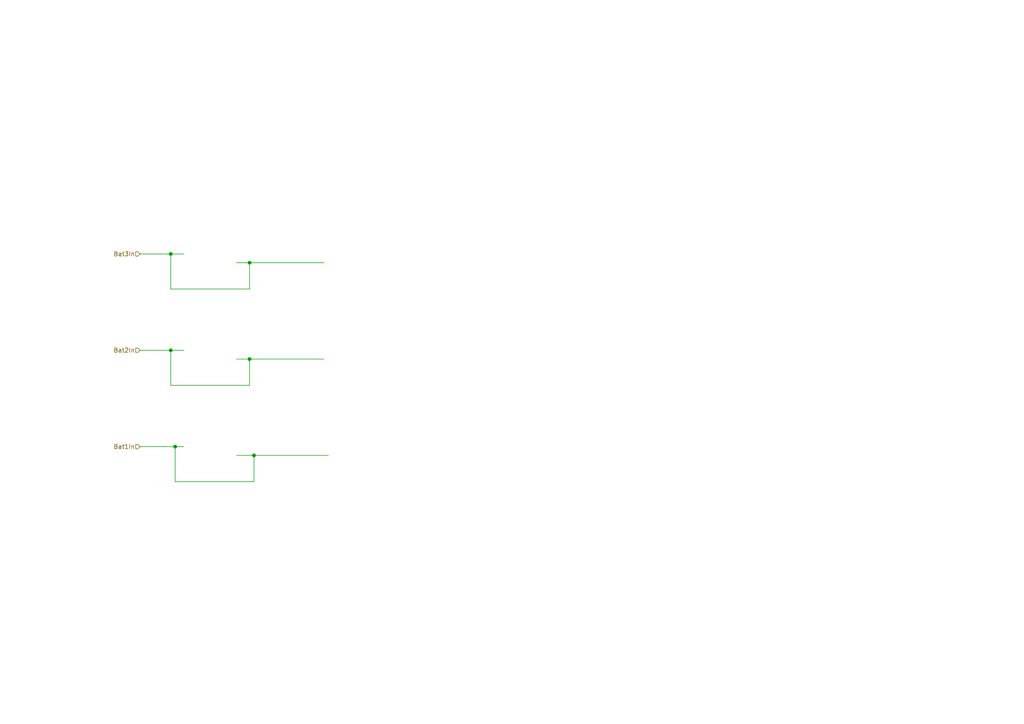
<source format=kicad_sch>
(kicad_sch (version 20230121) (generator eeschema)
  (paper "A4")
  (lib_symbols)
  (junction (at 73.66 132.08))
  (junction (at 49.53 73.66))
  (junction (at 50.8 129.54))
  (junction (at 72.39 104.14))
  (junction (at 49.53 101.6))
  (junction (at 72.39 76.2))
  (wire (pts (xy 68.58 76.2) (xy 72.39 76.2)))
  (wire (pts (xy 49.53 101.6) (xy 53.34 101.6)))
  (wire (pts (xy 50.8 129.54) (xy 53.34 129.54)))
  (wire (pts (xy 49.53 83.82) (xy 49.53 73.66)))
  (wire (pts (xy 68.58 132.08) (xy 73.66 132.08)))
  (wire (pts (xy 72.39 83.82) (xy 49.53 83.82)))
  (wire (pts (xy 40.64 101.6) (xy 49.53 101.6)))
  (wire (pts (xy 73.66 132.08) (xy 73.66 139.7)))
  (wire (pts (xy 73.66 132.08) (xy 95.25 132.08)))
  (wire (pts (xy 49.53 73.66) (xy 53.34 73.66)))
  (wire (pts (xy 72.39 111.76) (xy 49.53 111.76)))
  (wire (pts (xy 50.8 139.7) (xy 50.8 129.54)))
  (wire (pts (xy 68.58 104.14) (xy 72.39 104.14)))
  (wire (pts (xy 40.64 129.54) (xy 50.8 129.54)))
  (wire (pts (xy 72.39 104.14) (xy 72.39 111.76)))
  (wire (pts (xy 40.64 73.66) (xy 49.53 73.66)))
  (wire (pts (xy 73.66 139.7) (xy 50.8 139.7)))
  (wire (pts (xy 72.39 104.14) (xy 93.98 104.14)))
  (wire (pts (xy 49.53 111.76) (xy 49.53 101.6)))
  (wire (pts (xy 72.39 76.2) (xy 93.98 76.2)))
  (wire (pts (xy 72.39 76.2) (xy 72.39 83.82)))
  (hierarchical_label "Bat1In" (shape input) (at 40.64 129.54 180))
  (hierarchical_label "Bat2In" (shape input) (at 40.64 101.6 180))
  (hierarchical_label "Bat3In" (shape input) (at 40.64 73.66 180))
)
</source>
